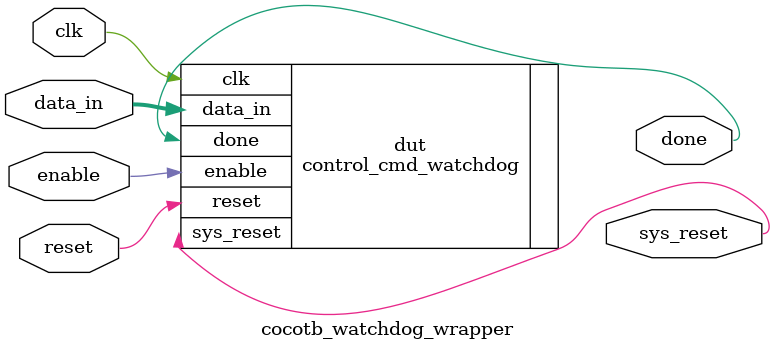
<source format=sv>
`default_nettype none
module cocotb_watchdog_wrapper (
    input  wire       reset,
    input  wire [7:0] data_in,
    input  wire       enable,
    input  wire       clk,
    output wire       sys_reset,
    output wire       done
);
    control_cmd_watchdog #(
        .WATCHDOG_CONTROL_TICKS(16 * 12)
    ) dut (
        .reset(reset),
        .data_in(data_in),
        .enable(enable),
        .clk(clk),
        .sys_reset(sys_reset),
        .done(done)
    );
endmodule

</source>
